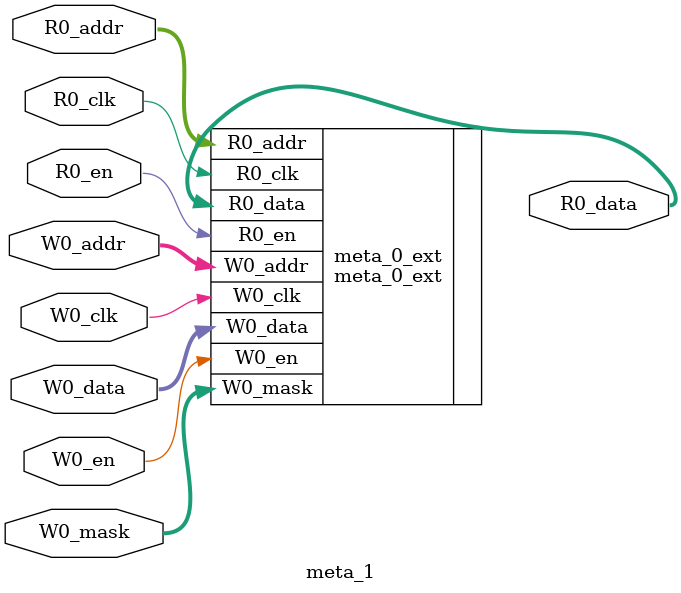
<source format=sv>
`ifndef RANDOMIZE
  `ifdef RANDOMIZE_REG_INIT
    `define RANDOMIZE
  `endif // RANDOMIZE_REG_INIT
`endif // not def RANDOMIZE
`ifndef RANDOMIZE
  `ifdef RANDOMIZE_MEM_INIT
    `define RANDOMIZE
  `endif // RANDOMIZE_MEM_INIT
`endif // not def RANDOMIZE

`ifndef RANDOM
  `define RANDOM $random
`endif // not def RANDOM

// Users can define 'PRINTF_COND' to add an extra gate to prints.
`ifndef PRINTF_COND_
  `ifdef PRINTF_COND
    `define PRINTF_COND_ (`PRINTF_COND)
  `else  // PRINTF_COND
    `define PRINTF_COND_ 1
  `endif // PRINTF_COND
`endif // not def PRINTF_COND_

// Users can define 'ASSERT_VERBOSE_COND' to add an extra gate to assert error printing.
`ifndef ASSERT_VERBOSE_COND_
  `ifdef ASSERT_VERBOSE_COND
    `define ASSERT_VERBOSE_COND_ (`ASSERT_VERBOSE_COND)
  `else  // ASSERT_VERBOSE_COND
    `define ASSERT_VERBOSE_COND_ 1
  `endif // ASSERT_VERBOSE_COND
`endif // not def ASSERT_VERBOSE_COND_

// Users can define 'STOP_COND' to add an extra gate to stop conditions.
`ifndef STOP_COND_
  `ifdef STOP_COND
    `define STOP_COND_ (`STOP_COND)
  `else  // STOP_COND
    `define STOP_COND_ 1
  `endif // STOP_COND
`endif // not def STOP_COND_

// Users can define INIT_RANDOM as general code that gets injected into the
// initializer block for modules with registers.
`ifndef INIT_RANDOM
  `define INIT_RANDOM
`endif // not def INIT_RANDOM

// If using random initialization, you can also define RANDOMIZE_DELAY to
// customize the delay used, otherwise 0.002 is used.
`ifndef RANDOMIZE_DELAY
  `define RANDOMIZE_DELAY 0.002
`endif // not def RANDOMIZE_DELAY

// Define INIT_RANDOM_PROLOG_ for use in our modules below.
`ifndef INIT_RANDOM_PROLOG_
  `ifdef RANDOMIZE
    `ifdef VERILATOR
      `define INIT_RANDOM_PROLOG_ `INIT_RANDOM
    `else  // VERILATOR
      `define INIT_RANDOM_PROLOG_ `INIT_RANDOM #`RANDOMIZE_DELAY begin end
    `endif // VERILATOR
  `else  // RANDOMIZE
    `define INIT_RANDOM_PROLOG_
  `endif // RANDOMIZE
`endif // not def INIT_RANDOM_PROLOG_

module meta_1(	// @[btb.scala:65:47]
  input  [6:0]   R0_addr,
  input          R0_en,
                 R0_clk,
  input  [6:0]   W0_addr,
  input          W0_en,
                 W0_clk,
  input  [123:0] W0_data,
  input  [3:0]   W0_mask,
  output [123:0] R0_data
);

  meta_0_ext meta_0_ext (	// @[btb.scala:65:47]
    .R0_addr (R0_addr),
    .R0_en   (R0_en),
    .R0_clk  (R0_clk),
    .W0_addr (W0_addr),
    .W0_en   (W0_en),
    .W0_clk  (W0_clk),
    .W0_data (W0_data),
    .W0_mask (W0_mask),
    .R0_data (R0_data)
  );
endmodule


</source>
